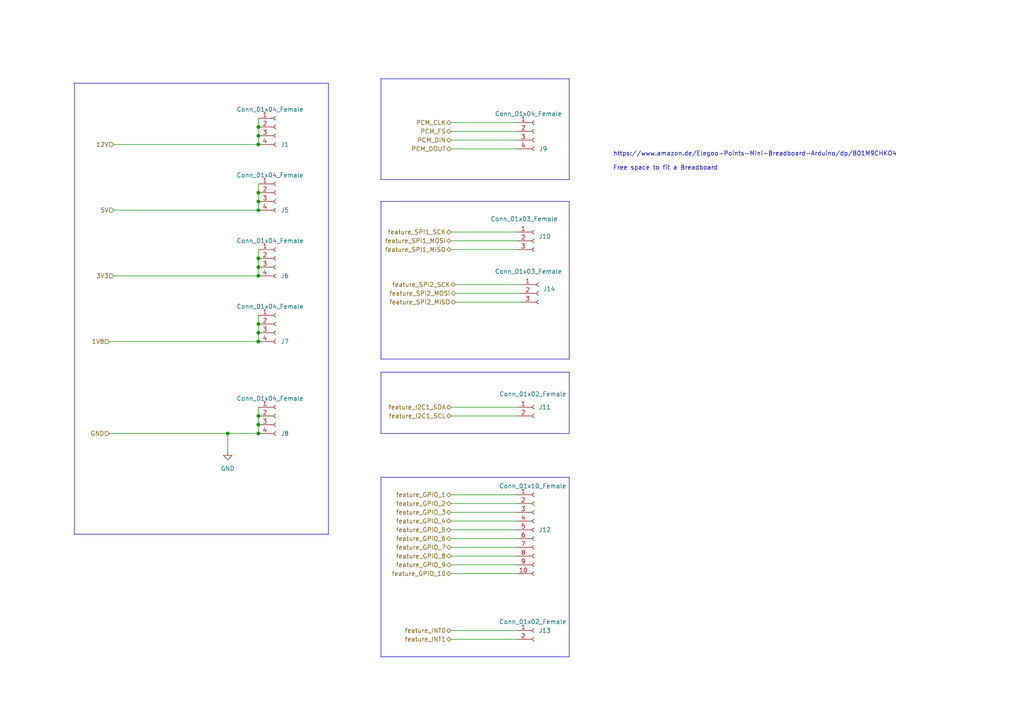
<source format=kicad_sch>
(kicad_sch (version 20230121) (generator eeschema)
  (paper "A4")
  (title_block (title "Prototyping Slice") (date "2022-01-10") (rev "v1"))
  (lib_symbols
    (symbol "Connector:Conn_01x02_Female" (pin_names (offset 1.016) hide)
      (property "Reference" "J" (at 0 2.54 0))
      (property "Value" "Conn_01x02_Female" (at 0 -5.08 0))
      (symbol "Conn_01x02_Female_1_1"
        (arc (start 0 -2.032) (mid -0.5058 -2.54) (end 0 -3.048) (stroke (width 0.1524)))
        (polyline (pts (xy -1.27 -2.54) (xy -0.508 -2.54)) (stroke (width 0.1524)))
        (polyline (pts (xy -1.27 0) (xy -0.508 0)) (stroke (width 0.1524)))
        (arc (start 0 0.508) (mid -0.5058 0) (end 0 -0.508) (stroke (width 0.1524)))
        (pin passive line (at -5.08 0 0) (length 3.81) (name "Pin_1") (number "1"))
        (pin passive line (at -5.08 -2.54 0) (length 3.81) (name "Pin_2") (number "2"))
      )
    )
    (symbol "Connector:Conn_01x03_Female" (pin_names (offset 1.016) hide)
      (property "Reference" "J" (at 0 5.08 0))
      (property "Value" "Conn_01x03_Female" (at 0 -5.08 0))
      (symbol "Conn_01x03_Female_1_1"
        (arc (start 0 -2.032) (mid -0.5058 -2.54) (end 0 -3.048) (stroke (width 0.1524)))
        (polyline (pts (xy -1.27 -2.54) (xy -0.508 -2.54)) (stroke (width 0.1524)))
        (polyline (pts (xy -1.27 0) (xy -0.508 0)) (stroke (width 0.1524)))
        (polyline (pts (xy -1.27 2.54) (xy -0.508 2.54)) (stroke (width 0.1524)))
        (arc (start 0 0.508) (mid -0.5058 0) (end 0 -0.508) (stroke (width 0.1524)))
        (arc (start 0 3.048) (mid -0.5058 2.54) (end 0 2.032) (stroke (width 0.1524)))
        (pin passive line (at -5.08 2.54 0) (length 3.81) (name "Pin_1") (number "1"))
        (pin passive line (at -5.08 0 0) (length 3.81) (name "Pin_2") (number "2"))
        (pin passive line (at -5.08 -2.54 0) (length 3.81) (name "Pin_3") (number "3"))
      )
    )
    (symbol "Connector:Conn_01x04_Female" (pin_names (offset 1.016) hide)
      (property "Reference" "J" (at 0 5.08 0))
      (property "Value" "Conn_01x04_Female" (at 0 -7.62 0))
      (symbol "Conn_01x04_Female_1_1"
        (arc (start 0 -4.572) (mid -0.5058 -5.08) (end 0 -5.588) (stroke (width 0.1524)))
        (arc (start 0 -2.032) (mid -0.5058 -2.54) (end 0 -3.048) (stroke (width 0.1524)))
        (polyline (pts (xy -1.27 -5.08) (xy -0.508 -5.08)) (stroke (width 0.1524)))
        (polyline (pts (xy -1.27 -2.54) (xy -0.508 -2.54)) (stroke (width 0.1524)))
        (polyline (pts (xy -1.27 0) (xy -0.508 0)) (stroke (width 0.1524)))
        (polyline (pts (xy -1.27 2.54) (xy -0.508 2.54)) (stroke (width 0.1524)))
        (arc (start 0 0.508) (mid -0.5058 0) (end 0 -0.508) (stroke (width 0.1524)))
        (arc (start 0 3.048) (mid -0.5058 2.54) (end 0 2.032) (stroke (width 0.1524)))
        (pin passive line (at -5.08 2.54 0) (length 3.81) (name "Pin_1") (number "1"))
        (pin passive line (at -5.08 0 0) (length 3.81) (name "Pin_2") (number "2"))
        (pin passive line (at -5.08 -2.54 0) (length 3.81) (name "Pin_3") (number "3"))
        (pin passive line (at -5.08 -5.08 0) (length 3.81) (name "Pin_4") (number "4"))
      )
    )
    (symbol "Connector:Conn_01x10_Female" (pin_names (offset 1.016) hide)
      (property "Reference" "J" (at 0 12.7 0))
      (property "Value" "Conn_01x10_Female" (at 0 -15.24 0))
      (symbol "Conn_01x10_Female_1_1"
        (arc (start 0 -12.192) (mid -0.5058 -12.7) (end 0 -13.208) (stroke (width 0.1524)))
        (arc (start 0 -9.652) (mid -0.5058 -10.16) (end 0 -10.668) (stroke (width 0.1524)))
        (arc (start 0 -7.112) (mid -0.5058 -7.62) (end 0 -8.128) (stroke (width 0.1524)))
        (arc (start 0 -4.572) (mid -0.5058 -5.08) (end 0 -5.588) (stroke (width 0.1524)))
        (arc (start 0 -2.032) (mid -0.5058 -2.54) (end 0 -3.048) (stroke (width 0.1524)))
        (polyline (pts (xy -1.27 -12.7) (xy -0.508 -12.7)) (stroke (width 0.1524)))
        (polyline (pts (xy -1.27 -10.16) (xy -0.508 -10.16)) (stroke (width 0.1524)))
        (polyline (pts (xy -1.27 -7.62) (xy -0.508 -7.62)) (stroke (width 0.1524)))
        (polyline (pts (xy -1.27 -5.08) (xy -0.508 -5.08)) (stroke (width 0.1524)))
        (polyline (pts (xy -1.27 -2.54) (xy -0.508 -2.54)) (stroke (width 0.1524)))
        (polyline (pts (xy -1.27 0) (xy -0.508 0)) (stroke (width 0.1524)))
        (polyline (pts (xy -1.27 2.54) (xy -0.508 2.54)) (stroke (width 0.1524)))
        (polyline (pts (xy -1.27 5.08) (xy -0.508 5.08)) (stroke (width 0.1524)))
        (polyline (pts (xy -1.27 7.62) (xy -0.508 7.62)) (stroke (width 0.1524)))
        (polyline (pts (xy -1.27 10.16) (xy -0.508 10.16)) (stroke (width 0.1524)))
        (arc (start 0 0.508) (mid -0.5058 0) (end 0 -0.508) (stroke (width 0.1524)))
        (arc (start 0 3.048) (mid -0.5058 2.54) (end 0 2.032) (stroke (width 0.1524)))
        (arc (start 0 5.588) (mid -0.5058 5.08) (end 0 4.572) (stroke (width 0.1524)))
        (arc (start 0 8.128) (mid -0.5058 7.62) (end 0 7.112) (stroke (width 0.1524)))
        (arc (start 0 10.668) (mid -0.5058 10.16) (end 0 9.652) (stroke (width 0.1524)))
        (pin passive line (at -5.08 10.16 0) (length 3.81) (name "Pin_1") (number "1"))
        (pin passive line (at -5.08 -12.7 0) (length 3.81) (name "Pin_10") (number "10"))
        (pin passive line (at -5.08 7.62 0) (length 3.81) (name "Pin_2") (number "2"))
        (pin passive line (at -5.08 5.08 0) (length 3.81) (name "Pin_3") (number "3"))
        (pin passive line (at -5.08 2.54 0) (length 3.81) (name "Pin_4") (number "4"))
        (pin passive line (at -5.08 0 0) (length 3.81) (name "Pin_5") (number "5"))
        (pin passive line (at -5.08 -2.54 0) (length 3.81) (name "Pin_6") (number "6"))
        (pin passive line (at -5.08 -5.08 0) (length 3.81) (name "Pin_7") (number "7"))
        (pin passive line (at -5.08 -7.62 0) (length 3.81) (name "Pin_8") (number "8"))
        (pin passive line (at -5.08 -10.16 0) (length 3.81) (name "Pin_9") (number "9"))
      )
    )
    (symbol "power:GND" (power) (pin_names (offset 0))
      (property "Value" "GND" (at 0 -3.81 0))
      (symbol "GND_0_1"
        (polyline (pts (xy 0 0) (xy 0 -1.27) (xy 1.27 -1.27) (xy 0 -2.54) (xy -1.27 -1.27) (xy 0 -1.27)))
      )
      (symbol "GND_1_1"
        (pin power_in line (at 0 0 270) (length 0) hide (name "GND") (number "1"))
      )
    )
  )
  (junction (at 74.93 36.83))
  (junction (at 74.93 93.98))
  (junction (at 74.93 58.42))
  (junction (at 74.93 60.96))
  (junction (at 74.93 39.37))
  (junction (at 74.93 120.65))
  (junction (at 74.93 74.93))
  (junction (at 74.93 41.91))
  (junction (at 74.93 99.06))
  (junction (at 74.93 55.88))
  (junction (at 66.04 125.73))
  (junction (at 74.93 123.19))
  (junction (at 74.93 125.73))
  (junction (at 74.93 80.01))
  (junction (at 74.93 77.47))
  (junction (at 74.93 96.52))
  (wire (pts (xy 74.93 55.88) (xy 74.93 58.42)))
  (wire (pts (xy 130.81 69.85) (xy 149.86 69.85)))
  (polyline (pts (xy 110.49 138.43) (xy 110.49 190.5)))
  (wire (pts (xy 33.02 80.01) (xy 74.93 80.01)))
  (wire (pts (xy 130.81 182.88) (xy 149.86 182.88)))
  (wire (pts (xy 132.08 87.63) (xy 151.13 87.63)))
  (wire (pts (xy 130.81 163.83) (xy 149.86 163.83)))
  (wire (pts (xy 132.08 85.09) (xy 151.13 85.09)))
  (wire (pts (xy 130.81 143.51) (xy 149.86 143.51)))
  (polyline (pts (xy 110.49 138.43) (xy 165.1 138.43)))
  (wire (pts (xy 74.93 53.34) (xy 74.93 55.88)))
  (wire (pts (xy 130.81 148.59) (xy 149.86 148.59)))
  (wire (pts (xy 130.81 185.42) (xy 149.86 185.42)))
  (wire (pts (xy 74.93 36.83) (xy 74.93 39.37)))
  (wire (pts (xy 130.81 161.29) (xy 149.86 161.29)))
  (polyline (pts (xy 110.49 58.42) (xy 165.1 58.42)))
  (wire (pts (xy 130.81 156.21) (xy 149.86 156.21)))
  (wire (pts (xy 130.81 40.64) (xy 149.86 40.64)))
  (wire (pts (xy 130.81 153.67) (xy 149.86 153.67)))
  (polyline (pts (xy 95.25 24.13) (xy 95.25 154.94)))
  (wire (pts (xy 74.93 93.98) (xy 74.93 96.52)))
  (wire (pts (xy 130.81 166.37) (xy 149.86 166.37)))
  (wire (pts (xy 130.81 146.05) (xy 149.86 146.05)))
  (wire (pts (xy 130.81 38.1) (xy 149.86 38.1)))
  (polyline (pts (xy 95.25 154.94) (xy 21.59 154.94)))
  (polyline (pts (xy 165.1 107.95) (xy 165.1 125.73)))
  (polyline (pts (xy 165.1 125.73) (xy 110.49 125.73)))
  (wire (pts (xy 31.75 125.73) (xy 66.04 125.73)))
  (wire (pts (xy 74.93 118.11) (xy 74.93 120.65)))
  (wire (pts (xy 130.81 118.11) (xy 149.86 118.11)))
  (polyline (pts (xy 110.49 52.07) (xy 165.1 52.07)))
  (polyline (pts (xy 165.1 58.42) (xy 165.1 104.14)))
  (wire (pts (xy 74.93 96.52) (xy 74.93 99.06)))
  (polyline (pts (xy 21.59 24.13) (xy 95.25 24.13)))
  (polyline (pts (xy 110.49 22.86) (xy 110.49 52.07)))
  (wire (pts (xy 130.81 120.65) (xy 149.86 120.65)))
  (polyline (pts (xy 165.1 190.5) (xy 165.1 138.43)))
  (polyline (pts (xy 110.49 104.14) (xy 165.1 104.14)))
  (wire (pts (xy 74.93 34.29) (xy 74.93 36.83)))
  (polyline (pts (xy 165.1 52.07) (xy 165.1 22.86)))
  (polyline (pts (xy 110.49 22.86) (xy 165.1 22.86)))
  (wire (pts (xy 130.81 151.13) (xy 149.86 151.13)))
  (wire (pts (xy 66.04 125.73) (xy 66.04 130.81)))
  (wire (pts (xy 130.81 158.75) (xy 149.86 158.75)))
  (wire (pts (xy 74.93 39.37) (xy 74.93 41.91)))
  (wire (pts (xy 66.04 125.73) (xy 74.93 125.73)))
  (wire (pts (xy 130.81 72.39) (xy 149.86 72.39)))
  (wire (pts (xy 130.81 35.56) (xy 149.86 35.56)))
  (wire (pts (xy 31.75 99.06) (xy 74.93 99.06)))
  (wire (pts (xy 74.93 120.65) (xy 74.93 123.19)))
  (polyline (pts (xy 110.49 190.5) (xy 165.1 190.5)))
  (wire (pts (xy 33.02 41.91) (xy 74.93 41.91)))
  (wire (pts (xy 132.08 82.55) (xy 151.13 82.55)))
  (polyline (pts (xy 21.59 24.13) (xy 21.59 154.94)))
  (wire (pts (xy 74.93 58.42) (xy 74.93 60.96)))
  (wire (pts (xy 33.02 60.96) (xy 74.93 60.96)))
  (wire (pts (xy 74.93 72.39) (xy 74.93 74.93)))
  (polyline (pts (xy 110.49 104.14) (xy 110.49 58.42)))
  (wire (pts (xy 74.93 77.47) (xy 74.93 80.01)))
  (polyline (pts (xy 110.49 107.95) (xy 110.49 125.73)))
  (wire (pts (xy 130.81 43.18) (xy 149.86 43.18)))
  (wire (pts (xy 130.81 67.31) (xy 149.86 67.31)))
  (polyline (pts (xy 110.49 107.95) (xy 165.1 107.95)))
  (wire (pts (xy 74.93 91.44) (xy 74.93 93.98)))
  (wire (pts (xy 74.93 123.19) (xy 74.93 125.73)))
  (wire (pts (xy 74.93 74.93) (xy 74.93 77.47)))
  (text "https://www.amazon.de/Elegoo-Points-Mini-Breadboard-Arduino/dp/B01M9CHKO4\n\nFree space to fit a Breadboard\n" (at 177.8 49.53 0) (effects (font (size 1.27 1.27)) (justify left bottom)))
  (hierarchical_label "feature_I2C1_SCL" (shape bidirectional) (at 130.81 120.65 180))
  (hierarchical_label "3V3" (shape input) (at 33.02 80.01 180))
  (hierarchical_label "PCM_FS" (shape bidirectional) (at 130.81 38.1 180))
  (hierarchical_label "feature_GPIO_1" (shape bidirectional) (at 130.81 143.51 180))
  (hierarchical_label "feature_SPI2_SCK" (shape bidirectional) (at 132.08 82.55 180))
  (hierarchical_label "5V" (shape input) (at 33.02 60.96 180))
  (hierarchical_label "feature_SPI2_MISO" (shape bidirectional) (at 132.08 87.63 180))
  (hierarchical_label "feature_GPIO_10" (shape bidirectional) (at 130.81 166.37 180))
  (hierarchical_label "PCM_DIN" (shape bidirectional) (at 130.81 40.64 180))
  (hierarchical_label "feature_INT1" (shape bidirectional) (at 130.81 185.42 180))
  (hierarchical_label "feature_SPI2_MOSI" (shape bidirectional) (at 132.08 85.09 180))
  (hierarchical_label "feature_GPIO_4" (shape bidirectional) (at 130.81 151.13 180))
  (hierarchical_label "feature_I2C1_SDA" (shape bidirectional) (at 130.81 118.11 180))
  (hierarchical_label "feature_SPI1_SCK" (shape bidirectional) (at 130.81 67.31 180))
  (hierarchical_label "feature_SPI1_MISO" (shape bidirectional) (at 130.81 72.39 180))
  (hierarchical_label "feature_GPIO_6" (shape bidirectional) (at 130.81 156.21 180))
  (hierarchical_label "feature_GPIO_8" (shape bidirectional) (at 130.81 161.29 180))
  (hierarchical_label "feature_SPI1_MOSI" (shape bidirectional) (at 130.81 69.85 180))
  (hierarchical_label "PCM_DOUT" (shape bidirectional) (at 130.81 43.18 180))
  (hierarchical_label "feature_GPIO_3" (shape bidirectional) (at 130.81 148.59 180))
  (hierarchical_label "PCM_CLK" (shape bidirectional) (at 130.81 35.56 180))
  (hierarchical_label "GND" (shape input) (at 31.75 125.73 180))
  (hierarchical_label "feature_GPIO_7" (shape bidirectional) (at 130.81 158.75 180))
  (hierarchical_label "feature_GPIO_2" (shape bidirectional) (at 130.81 146.05 180))
  (hierarchical_label "1V8" (shape input) (at 31.75 99.06 180))
  (hierarchical_label "feature_GPIO_5" (shape bidirectional) (at 130.81 153.67 180))
  (hierarchical_label "12V" (shape input) (at 33.02 41.91 180))
  (hierarchical_label "feature_GPIO_9" (shape bidirectional) (at 130.81 163.83 180))
  (hierarchical_label "feature_INT0" (shape bidirectional) (at 130.81 182.88 180))
  (symbol (lib_id "Connector:Conn_01x03_Female") (at 156.21 85.09 0) (unit 1)
    (property "Reference" "J14" (at 157.48 83.8199 0) (effects (justify left)))
    (property "Value" "Conn_01x03_Female" (at 143.51 78.74 0) (effects (justify left)))
    (property "Footprint" "Connector_PinSocket_2.54mm:PinSocket_1x03_P2.54mm_Vertical" (effects hide))
  )
  (symbol (lib_id "Connector:Conn_01x04_Female") (at 80.01 93.98 0) (unit 1)
    (property "Reference" "J7" (at 83.82 99.06 0) (effects (justify right)))
    (property "Value" "Conn_01x04_Female" (at 68.58 88.9 0) (effects (justify left)))
    (property "Footprint" "Connector_PinSocket_2.54mm:PinSocket_1x04_P2.54mm_Vertical" (effects hide))
  )
  (symbol (lib_id "power:GND") (at 66.04 130.81 0) (unit 1)
    (property "Reference" "#PWR082" (effects hide))
    (property "Value" "GND" (at 66.04 135.89 0))
  )
  (symbol (lib_id "Connector:Conn_01x04_Female") (at 80.01 120.65 0) (unit 1)
    (property "Reference" "J8" (at 83.82 125.73 0) (effects (justify right)))
    (property "Value" "Conn_01x04_Female" (at 68.58 115.57 0) (effects (justify left)))
    (property "Footprint" "Connector_PinSocket_2.54mm:PinSocket_1x04_P2.54mm_Vertical" (effects hide))
  )
  (symbol (lib_id "Connector:Conn_01x10_Female") (at 154.94 153.67 0) (unit 1)
    (property "Reference" "J12" (at 156.21 153.6699 0) (effects (justify left)))
    (property "Value" "Conn_01x10_Female" (at 144.78 140.97 0) (effects (justify left)))
    (property "Footprint" "Connector_PinSocket_2.54mm:PinSocket_1x10_P2.54mm_Vertical" (effects hide))
  )
  (symbol (lib_id "Connector:Conn_01x04_Female") (at 80.01 55.88 0) (unit 1)
    (property "Reference" "J5" (at 83.82 60.96 0) (effects (justify right)))
    (property "Value" "Conn_01x04_Female" (at 68.58 50.8 0) (effects (justify left)))
    (property "Footprint" "Connector_PinSocket_2.54mm:PinSocket_1x04_P2.54mm_Vertical" (effects hide))
  )
  (symbol (lib_id "Connector:Conn_01x04_Female") (at 80.01 74.93 0) (unit 1)
    (property "Reference" "J6" (at 83.82 80.01 0) (effects (justify right)))
    (property "Value" "Conn_01x04_Female" (at 68.58 69.85 0) (effects (justify left)))
    (property "Footprint" "Connector_PinSocket_2.54mm:PinSocket_1x04_P2.54mm_Vertical" (effects hide))
  )
  (symbol (lib_id "Connector:Conn_01x04_Female") (at 80.01 36.83 0) (unit 1)
    (property "Reference" "J1" (at 83.82 41.91 0) (effects (justify right)))
    (property "Value" "Conn_01x04_Female" (at 68.58 31.75 0) (effects (justify left)))
    (property "Footprint" "Connector_PinSocket_2.54mm:PinSocket_1x04_P2.54mm_Vertical" (effects hide))
  )
  (symbol (lib_id "Connector:Conn_01x02_Female") (at 154.94 182.88 0) (unit 1)
    (property "Reference" "J13" (at 156.21 182.8799 0) (effects (justify left)))
    (property "Value" "Conn_01x02_Female" (at 144.78 180.34 0) (effects (justify left)))
    (property "Footprint" "Connector_PinSocket_2.54mm:PinSocket_1x02_P2.54mm_Vertical" (effects hide))
  )
  (symbol (lib_id "Connector:Conn_01x03_Female") (at 154.94 69.85 0) (unit 1)
    (property "Reference" "J10" (at 156.21 68.5799 0) (effects (justify left)))
    (property "Value" "Conn_01x03_Female" (at 142.24 63.5 0) (effects (justify left)))
    (property "Footprint" "Connector_PinSocket_2.54mm:PinSocket_1x03_P2.54mm_Vertical" (effects hide))
  )
  (symbol (lib_id "Connector:Conn_01x04_Female") (at 154.94 38.1 0) (unit 1)
    (property "Reference" "J9" (at 158.75 43.18 0) (effects (justify right)))
    (property "Value" "Conn_01x04_Female" (at 143.51 33.02 0) (effects (justify left)))
    (property "Footprint" "Connector_PinSocket_2.54mm:PinSocket_1x04_P2.54mm_Vertical" (effects hide))
  )
  (symbol (lib_id "Connector:Conn_01x02_Female") (at 154.94 118.11 0) (unit 1)
    (property "Reference" "J11" (at 156.21 118.1099 0) (effects (justify left)))
    (property "Value" "Conn_01x02_Female" (at 144.78 114.3 0) (effects (justify left)))
    (property "Footprint" "Connector_PinSocket_2.54mm:PinSocket_1x02_P2.54mm_Vertical" (effects hide))
  )
)
</source>
